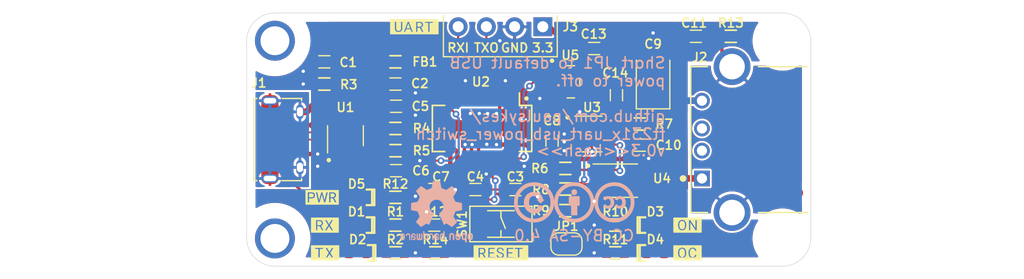
<source format=kicad_pcb>
(kicad_pcb (version 20211014) (generator pcbnew)
  (title_block (title "ft231x uart usb power switch") (date "2021-03-25") (rev "0.30"))
  (layers (0 "F.Cu" signal) (31 "B.Cu" signal) (34 "B.Paste" user) (35 "F.Paste" user) (36 "B.SilkS" user "B.Silkscreen") (37 "F.SilkS" user "F.Silkscreen") (38 "B.Mask" user) (39 "F.Mask" user) (44 "Edge.Cuts" user))
  (net 0 "")
  (net 1 "Net-(C1-Pad1)")
  (net 2 "GND")
  (net 3 "Net-(C5-Pad1)")
  (net 4 "Net-(C6-Pad1)")
  (net 5 "+3V3")
  (net 8 "Net-(R4-Pad1)")
  (net 9 "Net-(R5-Pad1)")
  (net 10 "Net-(R7-Pad1)")
  (net 11 "/TXD")
  (net 12 "/GPO")
  (net 13 "/RXLED")
  (net 14 "/TXLED")
  (net 15 "/RXD")
  (net 17 "Net-(D1-Pad1)")
  (net 18 "Net-(D2-Pad1)")
  (net 19 "Net-(D3-Pad1)")
  (net 20 "Net-(D4-Pad1)")
  (net 21 "Net-(D4-Pad2)")
  (net 22 "Net-(C11-Pad1)")
  (net 23 "/EN")
  (net 24 "/STXD")
  (net 25 "Net-(C3-Pad1)")
  (net 26 "/GPI")
  (net 34 "Net-(C14-Pad1)")
  (net 35 "Net-(D3-Pad2)")
  (net 36 "/~{EN}")
  (net 37 "Net-(R14-Pad2)")
  (net 38 "Net-(JP1-Pad1)")
  (net 39 "VBUS")
  (net 40 "Net-(D5-Pad1)")
  (footprint "-Discrete:LED_0603_1608Metric" (layer "F.Cu") (at 124.5 127.7 180)
    (fp_text reference "D1")
    (fp_text value "LED" hide)
  )
  (footprint "-Connector:MountingHole_2.6mm_annular" (layer "F.Cu") (at 117.15 111.1)
    (fp_text reference "H1")
    (fp_text value "MountingHole")
  )
  (footprint "-Connector:MountingHole_2.6mm_annular" (layer "F.Cu") (at 117.15 128.9)
    (fp_text reference "H3")
    (fp_text value "MountingHole")
  )
  (footprint "-Passive:R_0603" (layer "F.Cu") (at 147.8 127.7)
    (fp_text reference "R10")
    (fp_text value "1k")
  )
  (footprint "-Passive:C_0603" (layer "F.Cu") (at 121.6 113 180)
    (fp_text reference "C1")
    (fp_text value "0.1uF")
  )
  (footprint "-Passive:R_0603" (layer "F.Cu") (at 147.8 130.2 180)
    (fp_text reference "R11")
    (fp_text value "1k")
  )
  (footprint "-Discrete:LED_0603_1608Metric" (layer "F.Cu") (at 151.4 130.2)
    (fp_text reference "D4")
    (fp_text value "LED" hide)
  )
  (footprint "-Discrete:LED_0603_1608Metric" (layer "F.Cu") (at 151.4 127.7)
    (fp_text reference "D3")
    (fp_text value "LED" hide)
  )
  (footprint "-Passive:C_0603" (layer "F.Cu") (at 142.1 120.1 90)
    (fp_text reference "C8")
    (fp_text value "0.1uF")
  )
  (footprint "-Passive:R_0603" (layer "F.Cu") (at 128 130.2 180)
    (fp_text reference "R2")
    (fp_text value "1k")
  )
  (footprint "-Discrete:LED_0603_1608Metric" (layer "F.Cu") (at 124.6 130.2 180)
    (fp_text reference "D2")
    (fp_text value "LED" hide)
  )
  (footprint "-Passive:C_0603" (layer "F.Cu") (at 131.5 127.7 180)
    (fp_text reference "C12")
    (fp_text value "0.1uF")
  )
  (footprint "-Passive:C_0603" (layer "F.Cu") (at 150 120.5)
    (fp_text reference "C10")
    (fp_text value "0.1uF")
  )
  (footprint "-Passive:R_0603" (layer "F.Cu") (at 143.3 122.6)
    (fp_text reference "R6")
    (fp_text value "10k")
  )
  (footprint "-Passive:R_0603" (layer "F.Cu") (at 131.6 130.2)
    (fp_text reference "R14")
    (fp_text value "1k")
  )
  (footprint "-Discrete:EIA-3528-12_Kemet-T_DENSITY_MEDIUM" (layer "F.Cu") (at 151.2 114.6 90)
    (fp_text reference "C9")
    (fp_text value "150uF" hide)
  )
  (footprint "-Passive:C_0603" (layer "F.Cu") (at 145.9 111.8)
    (fp_text reference "C13")
    (fp_text value "0.1uF")
  )
  (footprint "-Passive:R_0603" (layer "F.Cu") (at 150 118.6)
    (fp_text reference "R7")
    (fp_text value "52k3")
  )
  (footprint "-Mechanical:Fiducial_1mm_Mask2mm" (layer "F.Cu") (at 164.2 124.8)
    (fp_text reference "FID2" hide)
    (fp_text value "Fiducial" hide)
  )
  (footprint "-Mechanical:Fiducial_1mm_Mask2mm" (layer "F.Cu") (at 121 109.9)
    (fp_text reference "FID1" hide)
    (fp_text value "Fiducial" hide)
  )
  (footprint "-Passive:C_0603" (layer "F.Cu") (at 147.9 116 90)
    (fp_text reference "C14")
    (fp_text value "0.1uF")
  )
  (footprint "-Passive:R_0603" (layer "F.Cu") (at 128 121 180)
    (fp_text reference "R5")
    (fp_text value "27R")
  )
  (footprint "-Passive:R_0603" (layer "F.Cu") (at 128 119 180)
    (fp_text reference "R4")
    (fp_text value "27R")
  )
  (footprint "-Passive:C_0603" (layer "F.Cu") (at 128 115)
    (fp_text reference "C2")
    (fp_text value "10nF")
  )
  (footprint "-Passive:C_0603" (layer "F.Cu") (at 128.05 117)
    (fp_text reference "C5")
    (fp_text value "47pF")
  )
  (footprint "-Passive:C_0603" (layer "F.Cu") (at 138.8 124.5)
    (fp_text reference "C3")
    (fp_text value "0.1uF")
  )
  (footprint "-Passive:C_0603" (layer "F.Cu") (at 135.2 124.5 180)
    (fp_text reference "C4")
    (fp_text value "4.7uF")
  )
  (footprint "-Chip:SOT-23-5" (layer "F.Cu") (at 143.8 114.8)
    (fp_text reference "U5")
    (fp_text value "NC7SZ66M5X" hide)
  )
  (footprint "-Passive:R_0603" (layer "F.Cu") (at 158.2 110.7 180)
    (fp_text reference "R13")
    (fp_text value "10k")
  )
  (footprint "-Passive:C_0603" (layer "F.Cu") (at 155.05 110.7 180)
    (fp_text reference "C11")
    (fp_text value "0.1uF")
  )
  (footprint "-Passive:R_0603" (layer "F.Cu") (at 143.3 126.4 180)
    (fp_text reference "R9")
    (fp_text value "10k")
  )
  (footprint "-Passive:R_0603" (layer "F.Cu") (at 128 127.7 180)
    (fp_text reference "R1")
    (fp_text value "1k")
  )
  (footprint "-Chip:SSOP-8_2.95x2.8mm_P0.65mm" (layer "F.Cu") (at 148.3 123.7)
    (fp_text reference "U4")
    (fp_text value "SN74LVC3G04DCTR" hide)
  )
  (footprint "-Passive:C_0603" (layer "F.Cu") (at 131.5 124.5 180)
    (fp_text reference "C7")
    (fp_text value "0.1uF")
  )
  (footprint "-Switch:PTS810SJK250SMTRLFS-TACT4.2MM" (layer "F.Cu") (at 137.5 127.6 180)
    (fp_text reference "SW1")
    (fp_text value "PTS810SJK250SMTRLFS" hide)
  )
  (footprint "-Chip:SOT-23-6" (layer "F.Cu") (at 123.5 119.65 90)
    (fp_text reference "U1")
    (fp_text value "SRV05-4" hide)
  )
  (footprint "-Connector:AMPHENOL_10118194-0001LF" (layer "F.Cu") (at 116.7 120 -90)
    (fp_text reference "J1")
    (fp_text value "USB_B_Micro_ALT" hide)
  )
  (footprint "-Connector:TE_292303-1" (layer "F.Cu") (at 155.6 120 90)
    (fp_text reference "J2")
    (fp_text value "USB_A_ALT" hide)
  )
  (footprint "-Passive:R_0603" (layer "F.Cu") (at 121.6 115)
    (fp_text reference "R3")
    (fp_text value "10k")
  )
  (footprint "-Passive:R_0603" (layer "F.Cu") (at 143.3 124.45 180)
    (fp_text reference "R8")
    (fp_text value "5k1")
  )
  (footprint "-Chip:SSOP-20_3.9x8.7mm_P0.635mm" (layer "F.Cu") (at 135.8 119 -90)
    (fp_text reference "U2")
    (fp_text value "FT231XS")
  )
  (footprint "buzzard_labels" (layer "F.Cu") (at 121.65 127.7)
    (fp_text reference "")
    (fp_text value "")
  )
  (footprint "buzzard_labels" (layer "F.Cu") (at 121.67 130.2)
    (fp_text reference "")
    (fp_text value "")
  )
  (footprint "buzzard_labels" (layer "F.Cu") (at 154.3 127.7)
    (fp_text reference "")
    (fp_text value "")
  )
  (footprint "buzzard_labels" (layer "F.Cu") (at 154.3 130.2)
    (fp_text reference "")
    (fp_text value "")
  )
  (footprint "buzzard_labels" (layer "F.Cu") (at 137.5 130.2)
    (fp_text reference "")
    (fp_text value "")
  )
  (footprint "buzzard_labels" (layer "F.Cu") (at 129.7 109.84)
    (fp_text reference "")
    (fp_text value "")
  )
  (footprint "-Connector:MountingHole_2.6mm_nocrtyd" (layer "F.Cu") (at 162.85 111.1)
    (fp_text reference "H2")
    (fp_text value "MountingHole")
  )
  (footprint "-Connector:MountingHole_2.6mm_nocrtyd" (layer "F.Cu") (at 162.85 128.9)
    (fp_text reference "H4")
    (fp_text value "MountingHole")
  )
  (footprint "-Chip:SOT-23-6" (layer "F.Cu") (at 145.7 119.5)
    (fp_text reference "U3")
    (fp_text value "TPS2553DBVR" hide)
  )
  (footprint "-Jumper:SolderJumper-2_P1.3mm_Un-Bridged_RoundedPad1.0x1.5mm" (layer "F.Cu") (at 143.4 129.4 180)
    (fp_text reference "JP1")
    (fp_text value "SolderJumper_2_Bridged_Alt" hide)
  )
  (footprint "-Discrete:LED_0603_1608Metric" (layer "F.Cu") (at 124.5 125.2 180)
    (fp_text reference "D5")
    (fp_text value "LED")
  )
  (footprint "-Passive:R_0603" (layer "F.Cu") (at 128 125.2)
    (fp_text reference "R12")
    (fp_text value "2k")
  )
  (footprint "label" (layer "F.Cu") (at 121.4 125.2)
    (fp_text reference "kibuzzard-61683F86" hide)
    (fp_text value "G***" hide)
  )
  (footprint "-Passive:C_0603" (layer "F.Cu") (at 128.05 122.8)
    (fp_text reference "C6")
    (fp_text value "47pF")
  )
  (footprint "-Passive:FB_0603" (layer "F.Cu") (at 128 113)
    (fp_text reference "FB1")
    (fp_text value "BLM18PG330SN1D" hide)
  )
  (footprint "-Connector:PinHeader_1x04_P2.54mm_Vertical_Arduino" (layer "F.Cu") (at 141.27 109.84 -90)
    (fp_text reference "J3")
    (fp_text value "Conn_01x04" hide)
  )
  (footprint "-Logo:OSHW-Logo2_7.3x6mm_SilkScreen" (layer "B.Cu") (at 131.7 126.5 180)
    (fp_text reference "LOGO1" hide)
    (fp_text value "Logo_Open_Hardware_Small" hide)
  )
  (footprint "-Logo:cc_by_sa" (layer "B.Cu") (at 144.1 126.5 180)
    (fp_text reference "LOGO2" hide)
    (fp_text value "Logo_CC_BY_SA" hide)
  )
  (gr_arc (start 117.15 131.4) (mid 115.346878 130.653122) (end 114.6 128.85) (layer "Edge.Cuts") (width 0.05))
  (gr_line (start 117.15 131.4) (end 162.85 131.4) (layer "Edge.Cuts") (width 0.05))
  (gr_line (start 114.6 111.15) (end 114.6 128.85) (layer "Edge.Cuts") (width 0.05))
  (gr_arc (start 162.85 108.6) (mid 164.653122 109.346878) (end 165.4 111.15) (layer "Edge.Cuts") (width 0.05))
  (gr_arc (start 165.399999 128.85) (mid 164.653122 130.653122) (end 162.85 131.399999) (layer "Edge.Cuts") (width 0.05))
  (gr_line (start 165.4 128.85) (end 165.4 111.15) (layer "Edge.Cuts") (width 0.05))
  (gr_line (start 162.85 108.6) (end 117.15 108.6) (layer "Edge.Cuts") (width 0.05))
  (gr_arc (start 114.600001 111.15) (mid 115.346878 109.346878) (end 117.15 108.600001) (layer "Edge.Cuts") (width 0.05))
  (gr_text "v0.3<<hash>>" (at 152.4 121) (layer "B.SilkS") (effects (font (size 1 1)) (justify left mirror)))
  (gr_text "Short JP1 to default USB \npower to off." (at 152.4 113.9) (layer "B.SilkS") (effects (font (size 1 1)) (justify left mirror)))
  (gr_text "github.com/paulsykes/\nft231x_uart_usb_power_switch" (at 152.4 118.7) (layer "B.SilkS") (effects (font (size 1 1)) (justify left mirror)))
  (segment (start 116.7 119) (end 116.7 117.3) (width 0.2) (layer "F.Cu") (net 1))
  (segment (start 118.19 117.3) (end 118.39 117.5) (width 0.2) (layer "F.Cu") (net 1))
  (segment (start 120 117.5) (end 121.2 116.3) (width 0.6) (layer "F.Cu") (net 1))
  (segment (start 116.7 121) (end 116.7 122.7) (width 0.2) (layer "F.Cu") (net 1))
  (segment (start 122.4 116) (end 122.4 115) (width 0.6) (layer "F.Cu") (net 1))
  (segment (start 119.4 117.5) (end 120 117.5) (width 0.6) (layer "F.Cu") (net 1))
  (segment (start 116.7 117.3) (end 118.19 117.3) (width 0.2) (layer "F.Cu") (net 1))
  (segment (start 121.2 116.3) (end 122.1 116.3) (width 0.6) (layer "F.Cu") (net 1))
  (segment (start 122.35 113) (end 122.35 114.95) (width 0.3) (layer "F.Cu") (net 1))
  (segment (start 118.39 117.5) (end 119.4 117.5) (width 0.2) (layer "F.Cu") (net 1))
  (segment (start 116.7 121) (end 116.7 119) (width 0.2) (layer "F.Cu") (net 1))
  (segment (start 122.35 114.95) (end 122.4 115) (width 0.3) (layer "F.Cu") (net 1))
  (segment (start 122.1 116.3) (end 122.4 116) (width 0.6) (layer "F.Cu") (net 1))
  (segment (start 128.75 116.95) (end 128.8 117) (width 0.16) (layer "F.Cu") (net 2))
  (segment (start 128.75 115) (end 128.75 116.95) (width 0.16) (layer "F.Cu") (net 2))
  (segment (start 134.45 124.5) (end 133.4 124.5) (width 0.3) (layer "F.Cu") (net 2))
  (segment (start 120.85 113) (end 120.85 114.95) (width 0.3) (layer "F.Cu") (net 2))
  (segment (start 130.75 126.55) (end 130.8 126.5) (width 0.2) (layer "F.Cu") (net 2))
  (segment (start 129.5 117) (end 129.8 117.3) (width 0.2) (layer "F.Cu") (net 2))
  (segment (start 146.1 125.55) (end 145.9 125.55) (width 0.2) (layer "F.Cu") (net 2))
  (segment (start 153.54 113.14) (end 151.2 113.14) (width 0.6) (layer "F.Cu") (net 2))
  (segment (start 120.85 113) (end 120.25 113) (width 0.3) (layer "F.Cu") (net 2))
  (segment (start 150.8 118.6) (end 150.8 120.45) (width 0.3) (layer "F.Cu") (net 2))
  (segment (start 146.6 124.675) (end 146.6 125.05) (width 0.2) (layer "F.Cu") (net 2))
  (segment (start 136.1175 121.7) (end 136.1175 123.04) (width 0.2) (layer "F.Cu") (net 2))
  (segment (start 130.75 127.7) (end 130.75 126.55) (width 0.2) (layer "F.Cu") (net 2))
  (segment (start 138.73 109.84) (end 138.73 111.13) (width 0.3) (layer "F.Cu") (net 2))
  (segment (start 128.8 117) (end 129.5 117) (width 0.2) (layer "F.Cu") (net 2))
  (segment (start 150.8 120.45) (end 150.75 120.5) (width 0.3) (layer "F.Cu") (net 2))
  (segment (start 130.8 130.2) (end 129.8 130.2) (width 0.2) (layer "F.Cu") (net 2))
  (segment (start 150.75 120.5) (end 150.75 121.65) (width 0.2) (layer "F.Cu") (net 2))
  (segment (start 147 127.7) (end 145.9 127.7) (width 0.2) (layer "F.Cu") (net 2))
  (segment (start 129.5 115) (end 129.8 115.3) (width 0.2) (layer "F.Cu") (net 2))
  (segment (start 137.51 111.21) (end 137.4 111.1) (width 0.3) (layer "F.Cu") (net 2))
  (segment (start 151.2 113.14) (end 151.2 110.4) (width 0.3) (layer "F.Cu") (net 2))
  (segment (start 128.75 115) (end 129.5 115) (width 0.2) (layer "F.Cu") (net 2))
  (segment (start 120.25 113) (end 119.7 113.55) (width 0.3) (layer "F.Cu") (net 2))
  (segment (start 144.445 119.5) (end 143.2 119.5) (width 0.3) (layer "F.Cu") (net 2))
  (segment (start 135 114.7) (end 134.3 114.7) (width 0.2) (layer "F.Cu") (net 2))
  (segment (start 143.2 120.199988) (end 143.2 121.00001) (width 0.3) (layer "F.Cu") (net 2))
  (segment (start 147 130.2) (end 145.9 130.2) (width 0.2) (layer "F.Cu") (net 2))
  (segment (start 130.2 122.5) (end 129.9 122.8) (width 0.2) (layer "F.Cu") (net 2))
  (segment (start 153.9 113.5) (end 153.54 113.14) (width 0.6) (layer "F.Cu") (net 2))
  (segment (start 153.9 116.5) (end 153.9 113.5) (width 0.6) (layer "F.Cu") (net 2))
  (segment (start 138.65 111.21) (end 137.51 111.21) (width 0.3) (layer "F.Cu") (net 2))
  (segment (start 155.6 116.5) (end 153.9 116.5) (width 0.6) (layer "F.Cu") (net 2))
  (segment (start 140.15 124.5) (end 140.8 125.15) (width 0.2) (layer "F.Cu") (net 2))
  (segment (start 120.8 115) (end 119.7 115) (width 0.3) (layer "F.Cu") (net 2))
  (segment (start 146.6 125.05) (end 146.1 125.55) (width 0.2) (layer "F.Cu") (net 2))
  (segment (start 130.2 121.9) (end 130.2 122.5) (width 0.2) (layer "F.Cu") (net 2))
  (segment (start 150.75 121.65) (end 150.8 121.7) (width 0.2) (layer "F.Cu") (net 2))
  (segment (start 139.55 124.5) (end 140.15 124.5) (width 0.2) (layer "F.Cu") (net 2))
  (segment (start 129.9 122.8) (end 128.8 122.8) (width 0.2) (layer "F.Cu") (net 2))
  (segment (start 129.8 115.3) (end 129.8 115.8) (width 0.2) (layer "F.Cu") (net 2))
  (segment (start 129.8 117.3) (end 129.8 117.8) (width 0.2) (layer "F.Cu") (net 2))
  (segment (start 120.85 114.95) (end 120.8 115) (width 0.3) (layer "F.Cu") (net 2))
  (segment (start 142.545 115.75) (end 141.55 115.75) (width 0.2) (layer "F.Cu") (net 2))
  (segment (start 135.4825 116.3) (end 135.4825 115.1825) (width 0.2) (layer "F.Cu") (net 2))
  (segment (start 135.4825 115.1825) (end 135 114.7) (width 0.2) (layer "F.Cu") (net 2))
  (segment (start 119.7 113.55) (end 119.7 113.85) (width 0.3) (layer "F.Cu") (net 2))
  (segment (start 119.4 121.3) (end 121 121.3) (width 0.4) (layer "F.Cu") (net 2))
  (segment (start 130.75 124.5) (end 130.4 124.5) (width 0.2) (layer "F.Cu") (net 2))
  (segment (start 141.55 115.75) (end 141 116.3) (width 0.2) (layer "F.Cu") (net 2))
  (segment (start 130.4 124.5) (end 129.8 125.1) (width 0.2) (layer "F.Cu") (net 2))
  (segment (start 138.73 111.13) (end 138.65 111.21) (width 0.3) (layer "F.Cu") (net 2))
  (segment (start 136.1175 123.04) (end 136.1775 123.1) (width 0.2) (layer "F.Cu") (net 2))
  (via (at 129.8 130.2) (size 0.6) (drill 0.3) (layers "F.Cu" "B.Cu") (net 2))
  (via (at 145.9 130.2) (size 0.6) (drill 0.3) (layers "F.Cu" "B.Cu") (net 2))
  (via (at 130.8 126.5) (size 0.6) (drill 0.3) (layers "F.Cu" "B.Cu") (net 2))
  (via (at 121 122.4) (size 0.6) (drill 0.3) (layers "F.Cu" "B.Cu") (net 2))
  (via (at 145.9 127.7) (size 0.6) (drill 0.3) (layers "F.Cu" "B.Cu") (net 2))
  (via (at 141 116.3) (size 0.6) (drill 0.3) (layers "F.Cu" "B.Cu") (net 2))
  (via (at 129.8 117.8) (size 0.6) (drill 0.3) (layers "F.Cu" "B.Cu") (net 2))
  (via (at 143.2 119.5) (size 0.6) (drill 0.3) (layers "F.Cu" "B.Cu") (net 2))
  (via (at 129.8 115.8) (size 0.6) (drill 0.3) (layers "F.Cu" "B.Cu") (net 2))
  (via (at 143.2 120.199988) (size 0.6) (drill 0.3) (layers "F.Cu" "B.Cu") (net 2))
  (via (at 133.4 124.5) (size 0.6) (drill 0.3) (layers "F.Cu" "B.Cu") (net 2))
  (via (at 150.8 121.7) (size 0.6) (drill 0.3) (layers "F.Cu" "B.Cu") (net 2))
  (via (at 130.2 121.9) (size 0.6) (drill 0.3) (layers "F.Cu" "B.Cu") (net 2))
  (via (at 136.1775 123.1) (size 0.6) (drill 0.3) (layers "F.Cu" "B.Cu") (net 2))
  (via (at 143.2 121.00001) (size 0.6) (drill 0.3) (layers "F.Cu" "B.Cu") (net 2))
  (via (at 137.4 111.1) (size 0.6) (drill 0.3) (layers "F.Cu" "B.Cu") (net 2))
  (via (at 119.7 115) (size 0.6) (drill 0.3) (layers "F.Cu" "B.Cu") (net 2))
  (via (at 145.9 125.55) (size 0.6) (drill 0.3) (layers "F.Cu" "B.Cu") (net 2))
  (via (at 119.7 113.85) (size 0.6) (drill 0.3) (layers "F.Cu" "B.Cu") (net 2))
  (via (at 137.9 114.7) (size 0.6) (drill 0.3) (layers "F.Cu" "B.Cu") (net 2))
  (via (at 134.3 114.7) (size 0.6) (drill 0.3) (layers "F.Cu" "B.Cu") (net 2))
  (via (at 139.6 122.4) (size 0.6) (drill 0.3) (layers "F.Cu" "B.Cu") (net 2))
  (via (at 140.8 125.15) (size 0.6) (drill 0.3) (layers "F.Cu" "B.Cu") (net 2))
  (via (at 151.2 110.4) (size 0.6) (drill 0.3) (layers "F.Cu" "B.Cu") (net 2))
  (via (at 121 121.3) (size 0.6) (drill 0.3) (layers "F.Cu" "B.Cu") (net 2))
  (via (at 144.6 117.5) (size 0.6) (drill 0.3) (layers "F.Cu" "B.Cu") (net 2))
  (via (at 129.8 125.1) (size 0.6) (drill 0.3) (layers "F.Cu" "B.Cu") (net 2))
  (segment (start 121 121.3) (end 121 122.4) (width 0.4) (layer "B.Cu") (net 2))
  (segment (start 143.2 119.5) (end 143.2 120.199988) (width 0.3) (layer "B.Cu") (net 2))
  (segment (start 140.8 125.15) (end 140.8 123.6) (width 0.3) (layer "B.Cu") (net 2))
  (segment (start 155.6 116.5) (end 153.9 116.5) (width 0.6) (layer "B.Cu") (net 2))
  (segment (start 134.3 114.7) (end 137.9 114.7) (width 0.2) (layer "B.Cu") (net 2))
  (segment (start 143.2 119.5) (end 143.2 118.9) (width 0.3) (layer "B.Cu") (net 2))
  (segment (start 143.2 118.9) (end 144.6 117.5) (width 0.3) (layer "B.Cu") (net 2))
  (segment (start 140.8 123.6) (end 139.6 122.4) (width 0.3) (layer "B.Cu") (net 2))
  (segment (start 124.45 119.16) (end 124.46 119.16) (width 0.16) (layer "F.Cu") (net 3))
  (segment (start 126.6 119) (end 127.2 119) (width 0.16) (layer "F.Cu") (net 3))
  (segment (start 119.4 119.35) (end 122.35 119.35) (width 0.16) (layer "F.Cu") (net 3))
  (segment (start 127.3 117) (end 127.3 118.9) (width 0.16) (layer "F.Cu") (net 3))
  (segment (start 122.35 119.35) (end 122.55 119.15) (width 0.16) (layer "F.Cu") (net 3))
  (segment (start 124.46 119.16) (end 124.65 119.35) (width 0.16) (layer "F.Cu") (net 3))
  (segment (start 124.65 119.35) (end 126.25 119.35) (width 0.16) (layer "F.Cu") (net 3))
  (segment (start 122.6 119.15) (end 122.8 119.35) (width 0.16) (layer "F.Cu") (net 3))
  (segment (start 124.45 119.16) (end 124.45 118.395) (width 0.16) (layer "F.Cu") (net 3))
  (segment (start 127.3 118.9) (end 127.2 119) (width 0.16) (layer "F.Cu") (net 3))
  (segment (start 126.25 119.35) (end 126.6 119) (width 0.16) (layer "F.Cu") (net 3))
  (segment (start 124.26 119.35) (end 124.45 119.16) (width 0.16) (layer "F.Cu") (net 3))
  (segment (start 122.8 119.35) (end 124.26 119.35) (width 0.16) (layer "F.Cu") (net 3))
  (segment (start 122.55 119.15) (end 122.6 119.15) (width 0.16) (layer "F.Cu") (net 3))
  (segment (start 122.55 119.15) (end 122.55 118.395) (width 0.16) (layer "F.Cu") (net 3))
  (segment (start 122.55 120.2) (end 122.55 120.905) (width 0.16) (layer "F.Cu") (net 4))
  (segment (start 125.5 120) (end 126.5 121) (width 0.16) (layer "F.Cu") (net 4))
  (segment (start 119.4 120) (end 122.35 120) (width 0.16) (layer "F.Cu") (net 4))
  (segment (start 127.2 121) (end 127.2 122.7) (width 0.2) (layer "F.Cu") (net 4))
  (segment (start 122.75 120) (end 124.15 120) (width 0.16) (layer "F.Cu") (net 4))
  (segment (start 122.55 120.2) (end 122.75 120) (width 0.16) (layer "F.Cu") (net 4))
  (segment (start 122.35 120) (end 122.55 120.2) (width 0.16) (layer "F.Cu") (net 4))
  (segment (start 127.2 122.7) (end 127.3 122.8) (width 0.2) (layer "F.Cu") (net 4))
  (segment (start 124.7 120) (end 125.5 120) (width 0.16) (layer "F.Cu") (net 4))
  (segment (start 124.45 120.3) (end 124.45 120.905) (width 0.16) (layer "F.Cu") (net 4))
  (segment (start 124.15 120) (end 124.45 120.3) (width 0.16) (layer "F.Cu") (net 4))
  (segment (start 126.5 121) (end 127.2 121) (width 0.16) (layer "F.Cu") (net 4))
  (segment (start 124.45 120.25) (end 124.7 120) (width 0.16) (layer "F.Cu") (net 4))
  (segment (start 124.45 120.905) (end 124.45 120.25) (width 0.16) (layer "F.Cu") (net 4))
  (segment (start 132.25 124.5) (end 132.25 123.65) (width 0.3) (layer "F.Cu") (net 5))
  (segment (start 149.25 120.95) (end 148.5 121.7) (width 0.3) (layer "F.Cu") (net 5))
  (segment (start 132.25 123.65) (end 132.6 123.3) (width 0.3) (layer "F.Cu") (net 5))
  (segment (start 136.3 117.65) (end 135.55 117.65) (width 0.3) (layer "F.Cu") (net 5))
  (segment (start 136.225 120.422401) (end 137.072401 120.422401) (width 0.3) (layer "F.Cu") (net 5))
  (segment (start 130.6 125.5) (end 131.25 125.5) (width 0.3) (layer "F.Cu") (net 5))
  (segment (start 137.3875 117.3625) (end 137.1 117.65) (width 0.3) (layer "F.Cu") (net 5))
  (segment (start 134.2125 121.7) (end 134.2125 122.7) (width 0.3) (layer "F.Cu") (net 5))
  (segment (start 142.95 117.65) (end 143.8 116.8) (width 0.5) (layer "F.Cu") (net 5))
  (segment (start 134.8475 120.5025) (end 134.9 120.45) (width 0.3) (layer "F.Cu") (net 5))
  (segment (start 141.84 109.84) (end 141.27 109.84) (width 0.5) (layer "F.Cu") (net 5))
  (segment (start 139.75 120.45) (end 141.050001 121.750001) (width 0.4) (layer "F.Cu") (net 5))
  (segment (start 124.3 128.9) (end 123.7125 128.3125) (width 0.3) (layer "F.Cu") (net 5))
  (segment (start 143.8 116.8) (end 143.8 111.8) (width 0.5) (layer "F.Cu") (net 5))
  (segment (start 142.450001 121.750001) (end 148.449999 121.750001) (width 0.4) (layer "F.Cu") (net 5))
  (segment (start 123.8125 129.5875) (end 123.8125 130.2) (width 0.3) (layer "F.Cu") (net 5))
  (segment (start 145.15 111.8) (end 143.8 111.8) (width 0.3) (layer "F.Cu") (net 5))
  (segment (start 132.6 123.3) (end 134.5 123.3) (width 0.3) (layer "F.Cu") (net 5))
  (segment (start 145.055 111.895) (end 145.15 111.8) (width 0.3) (layer "F.Cu") (net 5))
  (segment (start 141.050001 121.750001) (end 142.450001 121.750001) (width 0.4) (layer "F.Cu") (net 5))
  (segment (start 134.5 122.9875) (end 134.5 123.3) (width 0.3) (layer "F.Cu") (net 5))
  (segment (start 124.5 128.9) (end 124.3 128.9) (width 0.3) (layer "F.Cu") (net 5))
  (segment (start 129.8 128.4) (end 129.8 126.3) (width 0.3) (layer "F.Cu") (net 5))
  (segment (start 149.525 122.725) (end 148.5 121.7) (width 0.3) (layer "F.Cu") (net 5))
  (segment (start 148.449999 121.750001) (end 148.5 121.7) (width 0.4) (layer "F.Cu") (net 5))
  (segment (start 131.25 125.5) (end 132.25 124.5) (width 0.3) (layer "F.Cu") (net 5))
  (segment (start 134.5 123.3) (end 134.8475 122.9525) (width 0.3) (layer "F.Cu") (net 5))
  (segment (start 134.2125 122.7) (end 134.5 122.9875) (width 0.3) (layer "F.Cu") (net 5))
  (segment (start 137.072401 120.422401) (end 137.1 120.45) (width 0.3) (layer "F.Cu") (net 5))
  (segment (start 142.5 122.6) (end 142.5 121.8) (width 0.2) (layer "F.Cu") (net 5))
  (segment (start 137.1 120.45) (end 139.75 120.45) (width 0.4) (layer "F.Cu") (net 5))
  (segment (start 123.7125 128.3125) (end 123.7125 127.6) (width 0.3) (layer "F.Cu") (net 5))
  (segment (start 124.5 128.9) (end 123.8125 129.5875) (width 0.3) (layer "F.Cu") (net 5))
  (segment (start 137.1 117.65) (end 142.95 117.65) (width 0.5) (layer "F.Cu") (net 5))
  (segment (start 137.3875 116.3) (end 137.3875 117.3625) (width 0.3) (layer "F.Cu") (net 5))
  (segment (start 145.055 113.85) (end 145.055 111.895) (width 0.3) (layer "F.Cu") (net 5))
  (segment (start 150 122.725) (end 149.525 122.725) (width 0.3) (layer "F.Cu") (net 5))
  (segment (start 134.8475 122.9525) (end 134.8475 121.7) (width 0.3) (layer "F.Cu") (net 5))
  (segment (start 142.5 121.8) (end 142.450001 121.750001) (width 0.2) (layer "F.Cu") (net 5))
  (segment (start 124.5 128.9) (end 129.3 128.9) (width 0.3) (layer "F.Cu") (net 5))
  (segment (start 129.3 128.9) (end 129.8 128.4) (width 0.3) (layer "F.Cu") (net 5))
  (segment (start 134.2125 120.5125) (end 134.275 120.45) (width 0.3) (layer "F.Cu") (net 5))
  (segment (start 149.25 120.5) (end 149.25 120.95) (width 0.3) (layer "F.Cu") (net 5))
  (segment (start 143.8 111.8) (end 141.84 109.84) (width 0.5) (layer "F.Cu") (net 5))
  (segment (start 134.8475 121.7) (end 134.8475 120.5025) (width 0.3) (layer "F.Cu") (net 5))
  (segment (start 129.8 126.3) (end 130.6 125.5) (width 0.3) (layer "F.Cu") (net 5))
  (segment (start 134.2125 121.7) (end 134.2125 120.5125) (width 0.3) (layer "F.Cu") (net 5))
  (via (at 137.1 117.65) (size 0.6) (drill 0.3) (layers "F.Cu" "B.Cu") (net 5))
  (via (at 137.1 120.45) (size 0.6) (drill 0.3) (layers "F.Cu" "B.Cu") (net 5))
  (via (at 136.3 117.65) (size 0.6) (drill 0.3) (layers "F.Cu" "B.Cu") (net 5))
  (via (at 134.9 120.45) (size 0.6) (drill 0.3) (layers "F.Cu" "B.Cu") (net 5))
  (via (at 134.75 117.65) (size 0.6) (drill 0.3) (layers "F.Cu" "B.Cu") (net 5))
  (via (at 135.55 117.65) (size 0.6) (drill 0.3) (layers "F.Cu" "B.Cu") (net 5))
  (via (at 136.225 120.422401) (size 0.6) (drill 0.3) (layers "F.Cu" "B.Cu") (net 5))
  (via (at 134.275 120.45) (size 0.6) (drill 0.3) (layers "F.Cu" "B.Cu") (net 5))
  (segment (start 134.9 120.45) (end 136.197401 120.45) (width 0.3) (layer "B.Cu") (net 5))
  (segment (start 136.197401 120.45) (end 136.225 120.422401) (width 0.3) (layer "B.Cu") (net 5))
  (segment (start 137.1 117.65) (end 136.3 117.65) (width 0.3) (layer "B.Cu") (net 5))
  (segment (start 135.55 117.65) (end 134.75 117.65) (width 0.3) (layer "B.Cu") (net 5))
  (segment (start 133.201502 120.6) (end 131.05 120.6) (width 0.16) (layer "F.Cu") (net 8))
  (segment (start 133.5775 120.975998) (end 133.201502 120.6) (width 0.16) (layer "F.Cu") (net 8))
  (segment (start 133.5775 121.7) (end 133.5775 120.975998) (width 0.16) (layer "F.Cu") (net 8))
  (segment (start 129.45 119) (end 128.8 119) (width 0.16) (layer "F.Cu") (net 8))
  (segment (start 131.05 120.6) (end 129.45 119) (width 0.16) (layer "F.Cu") (net 8))
  (segment (start 132.2425 121) (end 132.9425 121.7) (width 0.16) (layer "F.Cu") (net 9))
  (segment (start 128.8 121) (end 132.2425 121) (width 0.16) (layer "F.Cu") (net 9))
  (segment (start 149.4 118.6) (end 148.5 119.5) (width 0.2) (layer "F.Cu") (net 10))
  (segment (start 148.5 119.5) (end 146.955 119.5) (width 0.2) (layer "F.Cu") (net 10))
  (segment (start 138.6575 121.7) (end 139.4 121.7) (width 0.2) (layer "F.Cu") (net 11))
  (segment (start 140.45 114.8) (end 140.075001 115.174999) (width 0.2) (layer "F.Cu") (net 11))
  (segment (start 142.545 114.8) (end 140.45 114.8) (width 0.2) (layer "F.Cu") (net 11))
  (segment (start 139.4 121.7) (end 139.55 121.55) (width 0.2) (layer "F.Cu") (net 11))
  (via (at 140.075001 115.174999) (size 0.6) (drill 0.3) (layers "F.Cu" "B.Cu") (net 11))
  (via (at 139.55 121.55) (size 0.6) (drill 0.3) (layers "F.Cu" "B.Cu") (net 11))
  (segment (start 139.55 115.7) (end 140.075001 115.174999) (width 0.2) (layer "B.Cu") (net 11))
  (segment (start 139.55 121.55) (end 139.55 115.7) (width 0.2) (layer "B.Cu") (net 11))
  (segment (start 137.85 123.55) (end 140.15 123.55) (width 0.2) (layer "F.Cu") (net 12))
  (segment (start 137.3875 121.7) (end 137.3875 123.0875) (width 0.2) (layer "F.Cu") (net 12))
  (segment (start 137.3875 123.0875) (end 137.85 123.55) (width 0.2) (layer "F.Cu") (net 12))
  (segment (start 140.15 123.55) (end 141.05 124.45) (width 0.2) (layer "F.Cu") (net 12))
  (segment (start 141.05 124.45) (end 142.5 124.45) (width 0.2) (layer "F.Cu") (net 12))
  (segment (start 128.8 130.2) (end 130 129) (width 0.2) (layer "F.Cu") (net 13))
  (segment (start 136.7525 121.7) (end 136.7525 123.4525) (width 0.2) (layer "F.Cu") (net 13))
  (segment (start 131.5 128.5) (end 131.5 126.7) (width 0.2) (layer "F.Cu") (net 13))
  (segment (start 130 129) (end 131 129) (width 0.2) (layer "F.Cu") (net 13))
  (segment (start 131.5 126.7) (end 132.8 125.4) (width 0.2) (layer "F.Cu") (net 13))
  (segment (start 131 129) (end 131.5 128.5) (width 0.2) (layer "F.Cu") (net 13))
  (segment (start 136.7525 123.4525) (end 137 123.7) (width 0.2) (layer "F.Cu") (net 13))
  (segment (start 132.8 125.4) (end 136.9 125.4) (width 0.2) (layer "F.Cu") (net 13))
  (via (at 136.9 125.4) (size 0.6) (drill 0.3) (layers "F.Cu" "B.Cu") (net 13))
  (via (at 137 123.7) (size 0.6) (drill 0.3) (layers "F.Cu" "B.Cu") (net 13))
  (segment (start 137 125.3) (end 136.9 125.4) (width 0.2) (layer "B.Cu") (net 13))
  (segment (start 137 123.7) (end 137 125.3) (width 0.2) (layer "B.Cu") (net 13))
  (segment (start 132.9425 117.19249) (end 133.45001 117.7) (width 0.2) (layer "F.Cu") (net 14))
  (segment (start 131.575724 121.9) (end 132.099996 121.9) (width 0.2) (layer "F.Cu") (net 14))
  (segment (start 128.554998 124.1) (end 129.375724 124.1) (width 0.2) (layer "F.Cu") (net 14))
  (segment (start 132.9425 116.3) (end 132.9425 117.19249) (width 0.2) (layer "F.Cu") (net 14))
  (segment (start 128 124.654998) (end 128.554998 124.1) (width 0.2) (layer "F.Cu") (net 14))
  (segment (start 128.8 127.2) (end 128 126.4) (width 0.2) (layer "F.Cu") (net 14))
  (segment (start 129.375724 124.1) (end 131.575724 121.9) (width 0.2) (layer "F.Cu") (net 14))
  (segment (start 128 126.4) (end 128 124.654998) (width 0.2) (layer "F.Cu") (net 14))
  (segment (start 128.8 127.7) (end 128.8 127.2) (width 0.2) (layer "F.Cu") (net 14))
  (via (at 132.099996 121.9) (size 0.6) (drill 0.3) (layers "F.Cu" "B.Cu") (net 14))
  (via (at 133.45001 117.7) (size 0.6) (drill 0.3) (layers "F.Cu" "B.Cu") (net 14))
  (segment (start 133 121.9) (end 132.099996 121.9) (width 0.2) (layer "B.Cu") (net 14))
  (segment (start 133.7 118.1) (end 133.7 121.2) (width 0.2) (layer "B.Cu") (net 14))
  (segment (start 133.45001 117.85001) (end 133.7 118.1) (width 0.2) (layer "B.Cu") (net 14))
  (segment (start 133.7 121.2) (end 133 121.9) (width 0.2) (layer "B.Cu") (net 14))
  (segment (start 133.45001 117.7) (end 133.45001 117.85001) (width 0.2) (layer "B.Cu") (net 14))
  (segment (start 136.7525 114.9525) (end 133.65 111.85) (width 0.2) (layer "F.Cu") (net 15))
  (segment (start 133.65 111.85) (end 133.65 109.84) (width 0.2) (layer "F.Cu") (net 15))
  (segment (start 136.7525 116.3) (end 136.7525 114.9525) (width 0.2) (layer "F.Cu") (net 15))
  (segment (start 127.2 127.7) (end 125.2875 127.7) (width 0.2) (layer "F.Cu") (net 17))
  (segment (start 125.3875 130.2) (end 127.3 130.2) (width 0.2) (layer "F.Cu") (net 18))
  (segment (start 150.6125 127.7) (end 148.6 127.7) (width 0.2) (layer "F.Cu") (net 19))
  (segment (start 148.6 130.2) (end 150.6125 130.2) (width 0.2) (layer "F.Cu") (net 20))
  (segment (start 148.7 125.9) (end 149 126.2) (width 0.2) (layer "F.Cu") (net 21))
  (segment (start 149 126.2) (end 149.70262 126.2) (width 0.2) (layer "F.Cu") (net 21))
  (segment (start 149.72761 126.22499) (end 152.55463 126.22499) (width 0.2) (layer "F.Cu") (net 21))
  (segment (start 148.7 123.675) (end 148.7 125.9) (width 0.2) (layer "F.Cu") (net 21))
  (segment (start 152.55463 126.22499) (end 153.15946 126.82982) (width 0.2) (layer "F.Cu") (net 21))
  (segment (start 149.70262 126.2) (end 149.72761 126.22499) (width 0.2) (layer "F.Cu") (net 21))
  (segment (start 150 123.375) (end 149 123.375) (width 0.2) (layer "F.Cu") (net 21))
  (segment (start 152.77124 130.2) (end 152.1875 130.2) (width 0.2) (layer "F.Cu") (net 21))
  (segment (start 153.15946 129.81178) (end 152.77124 130.2) (width 0.2) (layer "F.Cu") (net 21))
  (segment (start 153.15946 126.82982) (end 153.15946 129.81178) (width 0.2) (layer "F.Cu") (net 21))
  (segment (start 149 123.375) (end 148.7 123.675) (width 0.2) (layer "F.Cu") (net 21))
  (segment (start 157.4 112.52) (end 158.31 113.43) (width 0.3) (layer "F.Cu") (net 22))
  (segment (start 157.4 110.7) (end 155.8 110.7) (width 0.3) (layer "F.Cu") (net 22))
  (segment (start 157.4 110.6) (end 157.4 112.52) (width 0.3) (layer "F.Cu") (net 22))
  (segment (start 145.055 116.455) (end 145.5 116.9) (width 0.2) (layer "F.Cu") (net 23))
  (segment (start 145.7 121.075) (end 145.7 120.7) (width 0.2) (layer "F.Cu") (net 23))
  (segment (start 144.445 120.45) (end 145.35 120.45) (width 0.2) (layer "F.Cu") (net 23))
  (segment (start 145.5 120.4) (end 145.45 120.45) (width 0.2) (layer "F.Cu") (net 23))
  (segment (start 145.7 120.7) (end 145.45 120.45) (width 0.2) (layer "F.Cu") (net 23))
  (segment (start 145.055 116.455) (end 145.055 115.75) (width 0.2) (layer "F.Cu") (net 23))
  (segment (start 144.525 124.025) (end 146.6 124.025) (width 0.2) (layer "F.Cu") (net 23))
  (segment (start 139.775 126.525) (end 142.375 126.525) (width 0.2) (layer "F.Cu") (net 23))
  (segment (start 145.45 120.45) (end 144.445 120.45) (width 0.2) (layer "F.Cu") (net 23))
  (segment (start 143.75 125.45) (end 144.1 125.1) (width 0.2) (layer "F.Cu") (net 23))
  (segment (start 143.3 125.45) (end 143.75 125.45) (width 0.2) (layer "F.Cu") (net 23))
  (segment (start 142.5 126.4) (end 142.5 126.25) (width 0.2) (layer "F.Cu") (net 23))
  (segment (start 145.5 116.9) (end 145.5 120.4) (width 0.2) (layer "F.Cu") (net 23))
  (segment (start 144.15 124.45) (end 145 123.6) (width 0.2) (layer "F.Cu") (net 23))
  (segment (start 142.375 126.525) (end 142.5 126.4) (width 0.2) (layer "F.Cu") (net 23))
  (segment (start 144.1 125.1) (end 144.1 124.45) (width 0.2) (layer "F.Cu") (net 23))
  (segment (start 132.25 127.7) (end 138.6 127.7) (width 0.2) (layer "F.Cu") (net 23))
  (segment (start 144.1 124.45) (end 144.15 124.45) (width 0.2) (layer "F.Cu") (net 23))
  (segment (start 144.1 124.45) (end 144.525 124.025) (width 0.2) (layer "F.Cu") (net 23))
  (segment (start 138.6 127.7) (end 139.775 126.525) (width 0.2) (layer "F.Cu") (net 23))
  (segment (start 142.5 126.25) (end 143.3 125.45) (width 0.2) (layer "F.Cu") (net 23))
  (via (at 145.7 121.075) (size 0.6) (drill 0.3) (layers "F.Cu" "B.Cu") (net 23))
  (via (at 145 123.6) (size 0.6) (drill 0.3) (layers "F.Cu" "B.Cu") (net 23))
  (segment (start 145 123.6) (end 145 121.775) (width 0.2) (layer "B.Cu") (net 23))
  (segment (start 145 121.775) (end 145.7 121.075) (width 0.2) (layer "B.Cu") (net 23))
  (segment (start 136.19 112.79) (end 137.25 113.85) (width 0.2) (layer "F.Cu") (net 24))
  (segment (start 137.25 113.85) (end 142.545 113.85) (width 0.2) (layer "F.Cu") (net 24))
  (segment (start 136.19 109.84) (end 136.19 112.79) (width 0.2) (layer "F.Cu") (net 24))
  (segment (start 142.1 119.35) (end 142.1 118.7) (width 0.3) (layer "F.Cu") (net 25))
  (segment (start 135.4825 124.0325) (end 135.95 124.5) (width 0.2) (layer "F.Cu") (net 25))
  (segment (start 131.35 118.25) (end 131.35 113.6) (width 0.3) (layer "F.Cu") (net 25))
  (segment (start 136.5 119) (end 135 119) (width 0.3) (layer "F.Cu") (net 25))
  (segment (start 136.95 118.55) (end 136.5 119) (width 0.3) (layer "F.Cu") (net 25))
  (segment (start 135.4825 121.7) (end 135.4825 124.0325) (width 0.2) (layer "F.Cu") (net 25))
  (segment (start 135.6 119.6) (end 135 119) (width 0.3) (layer "F.Cu") (net 25))
  (segment (start 130.75 113) (end 128.8 113) (width 0.3) (layer "F.Cu") (net 25))
  (segment (start 131.35 113.6) (end 130.75 113) (width 0.3) (layer "F.Cu") (net 25))
  (segment (start 142.55 118.55) (end 142.25 118.55) (width 0.3) (layer "F.Cu") (net 25))
  (segment (start 135.6 120.5825) (end 135.6 119.6) (width 0.3) (layer "F.Cu") (net 25))
  (segment (start 135.95 124.5) (end 138.05 124.5) (width 0.2) (layer "F.Cu") (net 25))
  (segment (start 142.1 118.7) (end 142.25 118.55) (width 0.3) (layer "F.Cu") (net 25))
  (segment (start 142.25 118.55) (end 136.95 118.55) (width 0.3) (layer "F.Cu") (net 25))
  (segment (start 135 119) (end 132.1 119) (width 0.3) (layer "F.Cu") (net 25))
  (segment (start 135.4825 120.7) (end 135.6 120.5825) (width 0.3) (layer "F.Cu") (net 25))
  (segment (start 144.39 118.55) (end 142.55 118.55) (width 0.3) (layer "F.Cu") (net 25))
  (segment (start 135.4825 121.7) (end 135.4825 120.7) (width 0.3) (layer "F.Cu") (net 25))
  (segment (start 132.1 119) (end 131.35 118.25) (width 0.3) (layer "F.Cu") (net 25))
  (segment (start 144.1 123.2) (end 144.1 122.6) (width 0.2) (layer "F.Cu") (net 26))
  (segment (start 143.75 123.55) (end 144.1 123.2) (width 0.2) (layer "F.Cu") (net 26))
  (segment (start 138.0225 122.5725) (end 138.62499 123.17499) (width 0.2) (layer "F.Cu") (net 26))
  (segment (start 146.6 122.725) (end 144.225 122.725) (width 0.2) (layer "F.Cu") (net 26))
  (segment (start 138.62499 123.17499) (end 140.67499 123.17499) (width 0.2) (layer "F.Cu") (net 26))
  (segment (start 138.0225 121.7) (end 138.0225 122.5725) (width 0.2) (layer "F.Cu") (net 26))
  (segment (start 148.125 122.725) (end 148.209 122.809) (width 0.2) (layer "F.Cu") (net 26))
  (segment (start 144.225 122.725) (end 144.1 122.6) (width 0.2) (layer "F.Cu") (net 26))
  (segment (start 141.05 123.55) (end 143.75 123.55) (width 0.2) (layer "F.Cu") (net 26))
  (segment (start 146.955 120.45) (end 148.136 120.45) (width 0.2) (layer "F.Cu") (net 26))
  (segment (start 140.67499 123.17499) (end 141.05 123.55) (width 0.2) (layer "F.Cu") (net 26))
  (segment (start 146.6 122.725) (end 148.125 122.725) (width 0.2) (layer "F.Cu") (net 26))
  (segment (start 148.136 120.45) (end 148.209 120.523) (width 0.2) (layer "F.Cu") (net 26))
  (via (at 148.209 122.809) (size 0.6) (drill 0.3) (layers "F.Cu" "B.Cu") (net 26))
  (via (at 148.209 120.523) (size 0.6) (drill 0.3) (layers "F.Cu" "B.Cu") (net 26))
  (segment (start 148.209 122.809) (end 148.209 120.523) (width 0.2) (layer "B.Cu") (net 26))
  (segment (start 153.4 123.5) (end 152.9 123) (width 0.6) (layer "F.Cu") (net 34))
  (segment (start 155.6 123.5) (end 153.4 123.5) (width 0.6) (layer "F.Cu") (net 34))
  (segment (start 152.9 123) (end 152.9 122) (width 0.6) (layer "F.Cu") (net 34))
  (segment (start 151.7 126.6) (end 152.1875 127.0875) (width 0.2) (layer "F.Cu") (net 35))
  (segment (start 152.1875 127.0875) (end 152.1875 127.7) (width 0.2) (layer "F.Cu") (net 35))
  (segment (start 147.675 123.375) (end 146.6 123.375) (width 0.2) (layer "F.Cu") (net 35))
  (segment (start 147.675 123.375) (end 148 123.7) (width 0.2) (layer "F.Cu") (net 35))
  (segment (start 148 126.2) (end 148.4 126.6) (width 0.2) (layer "F.Cu") (net 35))
  (segment (start 148 123.7) (end 148 126.2) (width 0.2) (layer "F.Cu") (net 35))
  (segment (start 148.4 126.6) (end 151.7 126.6) (width 0.2) (layer "F.Cu") (net 35))
  (segment (start 150 124.025) (end 150 124.675) (width 0.2) (layer "F.Cu") (net 36))
  (segment (start 133.8 129.6) (end 133.2 130.2) (width 0.2) (layer "F.Cu") (net 37))
  (segment (start 133.2 130.2) (end 132.4 130.2) (width 0.2) (layer "F.Cu") (net 37))
  (segment (start 139.575 128.675) (end 139.575 129.325) (width 0.2) (layer "F.Cu") (net 37))
  (segment (start 139.3 129.6) (end 133.8 129.6) (width 0.2) (layer "F.Cu") (net 37))
  (segment (start 139.575 129.325) (end 139.3 129.6) (width 0.2) (layer "F.Cu") (net 37))
  (segment (start 144.1 129.35) (end 144.05 129.4) (width 0.2) (layer "F.Cu") (net 38))
  (segment (start 144.1 126.1) (end 144.1 129.35) (width 0.2) (layer "F.Cu") (net 38))
  (segment (start 123.5 117) (end 123.5 118.395) (width 0.2) (layer "F.Cu") (net 39))
  (segment (start 127.25 115) (end 125.5 115) (width 0.2) (layer "F.Cu") (net 39))
  (segment (start 127.2 113) (end 127.2 114.95) (width 0.2) (layer "F.Cu") (net 39))
  (segment (start 118.1 119) (end 118.1 123.2) (width 0.25) (layer "F.Cu") (net 39))
  (segment (start 121.4 118.2) (end 121.4 117.4) (width 0.4) (layer "F.Cu") (net 39))
  (segment (start 118.4 118.7) (end 119.4 118.7) (width 0.25) (layer "F.Cu") (net 39))
  (segment (start 118.1 123.2) (end 120.1 125.2) (width 0.25) (layer "F.Cu") (net 39))
  (segment (start 121.4 117.4) (end 121.8 117) (width 0.4) (layer "F.Cu") (net 39))
  (segment (start 120.9 118.7) (end 121.4 118.2) (width 0.4) (layer "F.Cu") (net 39))
  (segment (start 118.1 119) (end 118.4 118.7) (width 0.25) (layer "F.Cu") (net 39))
  (segment (start 120.1 125.2) (end 123.7125 125.2) (width 0.25) (layer "F.Cu") (net 39))
  (segment (start 127.2 114.95) (end 127.25 115) (width 0.2) (layer "F.Cu") (net 39))
  (segment (start 119.4 118.7) (end 120.9 118.7) (width 0.4) (layer "F.Cu") (net 39))
  (segment (start 121.8 117) (end 123.5 117) (width 0.2) (layer "F.Cu") (net 39))
  (segment (start 125.5 115) (end 123.5 117) (width 0.2) (layer "F.Cu") (net 39))
  (segment (start 125.2875 125.2) (end 127.2 125.2) (width 0.2) (layer "F.Cu") (net 40))
  (zone (net 5) (net_name "+3V3") (layer "F.Cu") (priority 3) (connect_pads (clearance 0.000001)) (min_thickness 0.16) (fill yes (thermal_gap 0.25) (thermal_bridge_width 0.25))
    (polygon (pts (xy 137.6 120.8) (xy 133.9 120.8) (xy 133.9 119.8) (xy 137.6 119.8)))
  )
  (zone (net 5) (net_name "+3V3") (layer "F.Cu") (priority 3) (connect_pads (clearance 0.000001)) (min_thickness 0.16) (fill yes (thermal_gap 0.25) (thermal_bridge_width 0.25))
    (polygon (pts (xy 140.9 118.1) (xy 133.9 118.1) (xy 133.9 117.2) (xy 140.9 117.2)))
  )
  (zone (net 34) (net_name "Net-(C14-Pad1)") (layer "F.Cu") (priority 2) (connect_pads (clearance 0.000001)) (min_thickness 0.16) (fill yes (thermal_gap 0.25) (thermal_bridge_width 0.25))
    (polygon (pts (xy 153.2 117.8) (xy 154.3 117.8) (xy 154.35 124.5) (xy 151.45 124.5) (xy 151.4 117.9) (xy 148.6 117.9) (xy 148.6 118.9) (xy 145.8 118.9) (xy 145.8 115.6) (xy 153.2 115.6)))
  )
  (zone (net 2) (net_name "GND") (layer "F.Cu") (connect_pads (clearance 0.000001)) (min_thickness 0.16) (fill yes (thermal_gap 0.25) (thermal_bridge_width 0.25))
    (polygon (pts (xy 164.6 112.96) (xy 154.31 112.95) (xy 154.31 127.2) (xy 164.6 127.2) (xy 164.6 130.6) (xy 115.4 130.6) (xy 115.4 124.46) (xy 120.4 124.47) (xy 120.4 115.54) (xy 115.4 115.54) (xy 115.4 109.4) (xy 164.6 109.4)))
  )
  (zone (net 25) (net_name "Net-(C3-Pad1)") (layer "F.Cu") (priority 2) (connect_pads (clearance 0.000001)) (min_thickness 0.16) (fill yes (thermal_gap 0.25) (thermal_bridge_width 0.25))
    (polygon (pts (xy 132.4 118.192283) (xy 145.3 118.2) (xy 145.3 119) (xy 142.5 119) (xy 142.5 119.896141) (xy 130.5 119.90386) (xy 130.5 113.715437) (xy 128 113.715435) (xy 128 111.6) (xy 132 111.6) (xy 132.4 112.207718)))
  )
  (zone (net 22) (net_name "Net-(C11-Pad1)") (layer "F.Cu") (priority 5) (connect_pads (clearance 0.000001)) (min_thickness 0.16) (fill yes (thermal_gap 0.25) (thermal_bridge_width 0.25))
    (polygon (pts (xy 164.6 126.65) (xy 154.54 126.65) (xy 154.54 113.35) (xy 164.6 113.35)))
  )
  (zone (net 39) (net_name "VBUS") (layer "F.Cu") (priority 9) (connect_pads (clearance 0.000001)) (min_thickness 0.16) (fill yes (thermal_gap 0.25) (thermal_bridge_width 0.25))
    (polygon (pts (xy 128 115.7) (xy 125.5 115.7) (xy 125.5 119) (xy 118.6 119) (xy 118.6 118.4) (xy 120.4 118.4) (xy 120.4 111.6) (xy 128 111.6)))
  )
  (zone (net 1) (net_name "Net-(C1-Pad1)") (layer "F.Cu") (priority 8) (connect_pads (clearance 0.000001)) (min_thickness 0.16) (fill yes (thermal_gap 0.25) (thermal_bridge_width 0.25))
    (polygon (pts (xy 120.22 124.28) (xy 115.4 124.28) (xy 115.4 115.72) (xy 120.22 115.72)))
  )
  (zone (net 2) (net_name "GND") (layer "B.Cu") (connect_pads (clearance 0.000001)) (min_thickness 0.16) (fill yes (thermal_gap 0.25) (thermal_bridge_width 0.25))
    (polygon (pts (xy 164.6 112.96) (xy 154.31 112.95) (xy 154.31 127.2) (xy 164.6 127.2) (xy 164.6 130.6) (xy 115.4 130.6) (xy 115.4 124.46) (xy 120.4 124.47) (xy 120.4 115.54) (xy 115.4 115.54) (xy 115.4 109.4) (xy 164.6 109.4)))
  )
  (zone (net 1) (net_name "Net-(C1-Pad1)") (layer "B.Cu") (priority 8) (connect_pads (clearance 0.000001)) (min_thickness 0.16) (fill yes (thermal_gap 0.25) (thermal_bridge_width 0.25))
    (polygon (pts (xy 120.22 124.28) (xy 115.4 124.28) (xy 115.4 115.72) (xy 120.22 115.72)))
  )
  (zone (net 22) (net_name "Net-(C11-Pad1)") (layer "B.Cu") (priority 4) (connect_pads (clearance 0.000001)) (min_thickness 0.16) (fill yes (thermal_gap 0.25) (thermal_bridge_width 0.25))
    (polygon (pts (xy 164.6 126.65) (xy 154.54 126.65) (xy 154.54 113.35) (xy 164.6 113.35)))
  )
  (zone (net 5) (net_name "+3V3") (layer "B.Cu") (priority 3) (connect_pads (clearance 0.000001)) (min_thickness 0.16) (fill yes (thermal_gap 0.25) (thermal_bridge_width 0.25))
    (polygon (pts (xy 137.6 120.8) (xy 133.9 120.8) (xy 133.9 117.2) (xy 137.6 117.2)))
  )
)
</source>
